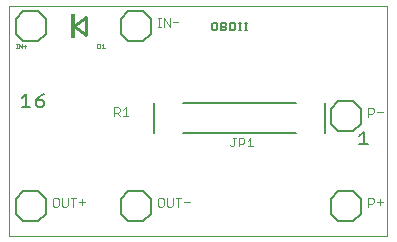
<source format=gto>
G75*
%MOIN*%
%OFA0B0*%
%FSLAX25Y25*%
%IPPOS*%
%LPD*%
%AMOC8*
5,1,8,0,0,1.08239X$1,22.5*
%
%ADD10C,0.00000*%
%ADD11C,0.01000*%
%ADD12R,0.01181X0.08268*%
%ADD13C,0.00200*%
%ADD14C,0.00600*%
%ADD15C,0.00300*%
%ADD16C,0.00800*%
%ADD17C,0.00400*%
D10*
X0001000Y0001000D02*
X0001000Y0077772D01*
X0126984Y0077772D01*
X0126984Y0001000D01*
X0001000Y0001000D01*
D11*
X0026610Y0068244D02*
X0022476Y0071000D01*
X0026610Y0073953D01*
X0026610Y0068244D01*
D12*
X0022280Y0071000D03*
D13*
X0030332Y0065064D02*
X0031033Y0065064D01*
X0031266Y0064831D01*
X0031266Y0063897D01*
X0031033Y0063663D01*
X0030332Y0063663D01*
X0030332Y0065064D01*
X0031806Y0064597D02*
X0032273Y0065064D01*
X0032273Y0063663D01*
X0031806Y0063663D02*
X0032740Y0063663D01*
X0006616Y0064301D02*
X0005681Y0064301D01*
X0006148Y0064768D02*
X0006148Y0063834D01*
X0005142Y0063600D02*
X0005142Y0065001D01*
X0004208Y0065001D02*
X0005142Y0063600D01*
X0004208Y0063600D02*
X0004208Y0065001D01*
X0003693Y0065001D02*
X0003226Y0065001D01*
X0003460Y0065001D02*
X0003460Y0063600D01*
X0003693Y0063600D02*
X0003226Y0063600D01*
D14*
X0005626Y0066000D02*
X0010626Y0066000D01*
X0013126Y0068500D01*
X0013126Y0073500D01*
X0010626Y0076000D01*
X0005626Y0076000D01*
X0003126Y0073500D01*
X0003126Y0068500D01*
X0005626Y0066000D01*
X0038126Y0068500D02*
X0040626Y0066000D01*
X0045626Y0066000D01*
X0048126Y0068500D01*
X0048126Y0073500D01*
X0045626Y0076000D01*
X0040626Y0076000D01*
X0038126Y0073500D01*
X0038126Y0068500D01*
X0068580Y0070029D02*
X0069013Y0069595D01*
X0069881Y0069595D01*
X0070314Y0070029D01*
X0070314Y0071764D01*
X0069881Y0072197D01*
X0069013Y0072197D01*
X0068580Y0071764D01*
X0068580Y0070029D01*
X0071526Y0069595D02*
X0072827Y0069595D01*
X0073261Y0070029D01*
X0073261Y0070463D01*
X0072827Y0070896D01*
X0071526Y0070896D01*
X0071526Y0069595D02*
X0071526Y0072197D01*
X0072827Y0072197D01*
X0073261Y0071764D01*
X0073261Y0071330D01*
X0072827Y0070896D01*
X0074473Y0072197D02*
X0074473Y0069595D01*
X0075774Y0069595D01*
X0076207Y0070029D01*
X0076207Y0071764D01*
X0075774Y0072197D01*
X0074473Y0072197D01*
X0077419Y0072197D02*
X0078286Y0072197D01*
X0077853Y0072197D02*
X0077853Y0069595D01*
X0078286Y0069595D02*
X0077419Y0069595D01*
X0079383Y0069595D02*
X0080251Y0069595D01*
X0079817Y0069595D02*
X0079817Y0072197D01*
X0079383Y0072197D02*
X0080251Y0072197D01*
X0108126Y0043500D02*
X0110626Y0046000D01*
X0115626Y0046000D01*
X0118126Y0043500D01*
X0118126Y0038500D01*
X0115626Y0036000D01*
X0110626Y0036000D01*
X0108126Y0038500D01*
X0108126Y0043500D01*
X0110626Y0016000D02*
X0108126Y0013500D01*
X0108126Y0008500D01*
X0110626Y0006000D01*
X0115626Y0006000D01*
X0118126Y0008500D01*
X0118126Y0013500D01*
X0115626Y0016000D01*
X0110626Y0016000D01*
X0048126Y0013500D02*
X0048126Y0008500D01*
X0045626Y0006000D01*
X0040626Y0006000D01*
X0038126Y0008500D01*
X0038126Y0013500D01*
X0040626Y0016000D01*
X0045626Y0016000D01*
X0048126Y0013500D01*
X0013126Y0013500D02*
X0013126Y0008500D01*
X0010626Y0006000D01*
X0005626Y0006000D01*
X0003126Y0008500D01*
X0003126Y0013500D01*
X0005626Y0016000D01*
X0010626Y0016000D01*
X0013126Y0013500D01*
D15*
X0015476Y0013269D02*
X0015476Y0011334D01*
X0015960Y0010850D01*
X0016927Y0010850D01*
X0017411Y0011334D01*
X0017411Y0013269D01*
X0016927Y0013752D01*
X0015960Y0013752D01*
X0015476Y0013269D01*
X0018423Y0013752D02*
X0018423Y0011334D01*
X0018906Y0010850D01*
X0019874Y0010850D01*
X0020357Y0011334D01*
X0020357Y0013752D01*
X0021369Y0013752D02*
X0023304Y0013752D01*
X0022337Y0013752D02*
X0022337Y0010850D01*
X0024316Y0012301D02*
X0026251Y0012301D01*
X0025283Y0013269D02*
X0025283Y0011334D01*
X0050476Y0011334D02*
X0050960Y0010850D01*
X0051927Y0010850D01*
X0052411Y0011334D01*
X0052411Y0013269D01*
X0051927Y0013752D01*
X0050960Y0013752D01*
X0050476Y0013269D01*
X0050476Y0011334D01*
X0053423Y0011334D02*
X0053906Y0010850D01*
X0054874Y0010850D01*
X0055357Y0011334D01*
X0055357Y0013752D01*
X0056369Y0013752D02*
X0058304Y0013752D01*
X0057337Y0013752D02*
X0057337Y0010850D01*
X0059316Y0012301D02*
X0061251Y0012301D01*
X0053423Y0011334D02*
X0053423Y0013752D01*
X0040657Y0041150D02*
X0038723Y0041150D01*
X0039690Y0041150D02*
X0039690Y0044052D01*
X0038723Y0043085D01*
X0037711Y0043569D02*
X0037711Y0042601D01*
X0037227Y0042117D01*
X0035776Y0042117D01*
X0035776Y0041150D02*
X0035776Y0044052D01*
X0037227Y0044052D01*
X0037711Y0043569D01*
X0036743Y0042117D02*
X0037711Y0041150D01*
X0050476Y0070850D02*
X0051443Y0070850D01*
X0050960Y0070850D02*
X0050960Y0073752D01*
X0051443Y0073752D02*
X0050476Y0073752D01*
X0052440Y0073752D02*
X0054375Y0070850D01*
X0054375Y0073752D01*
X0055387Y0072301D02*
X0057322Y0072301D01*
X0052440Y0070850D02*
X0052440Y0073752D01*
X0120476Y0043752D02*
X0120476Y0040850D01*
X0120476Y0041817D02*
X0121927Y0041817D01*
X0122411Y0042301D01*
X0122411Y0043269D01*
X0121927Y0043752D01*
X0120476Y0043752D01*
X0123423Y0042301D02*
X0125357Y0042301D01*
X0121927Y0013752D02*
X0120476Y0013752D01*
X0120476Y0010850D01*
X0120476Y0011817D02*
X0121927Y0011817D01*
X0122411Y0012301D01*
X0122411Y0013269D01*
X0121927Y0013752D01*
X0123423Y0012301D02*
X0125357Y0012301D01*
X0124390Y0011334D02*
X0124390Y0013269D01*
D16*
X0120482Y0031695D02*
X0117680Y0031695D01*
X0119081Y0031695D02*
X0119081Y0035899D01*
X0117680Y0034498D01*
X0106197Y0035449D02*
X0106197Y0045291D01*
X0096354Y0045291D02*
X0058953Y0045291D01*
X0049110Y0045291D02*
X0049110Y0035449D01*
X0058953Y0035449D02*
X0096354Y0035449D01*
X0012586Y0044896D02*
X0012586Y0045596D01*
X0011885Y0046297D01*
X0009783Y0046297D01*
X0009783Y0044896D01*
X0010484Y0044195D01*
X0011885Y0044195D01*
X0012586Y0044896D01*
X0011185Y0047698D02*
X0009783Y0046297D01*
X0011185Y0047698D02*
X0012586Y0048399D01*
X0006581Y0048399D02*
X0006581Y0044195D01*
X0005180Y0044195D02*
X0007982Y0044195D01*
X0005180Y0046998D02*
X0006581Y0048399D01*
D17*
X0074486Y0031400D02*
X0074953Y0030933D01*
X0075421Y0030933D01*
X0075888Y0031400D01*
X0075888Y0033735D01*
X0075421Y0033735D02*
X0076355Y0033735D01*
X0077433Y0033735D02*
X0078834Y0033735D01*
X0079301Y0033268D01*
X0079301Y0032334D01*
X0078834Y0031867D01*
X0077433Y0031867D01*
X0077433Y0030933D02*
X0077433Y0033735D01*
X0080379Y0032801D02*
X0081314Y0033735D01*
X0081314Y0030933D01*
X0082248Y0030933D02*
X0080379Y0030933D01*
M02*

</source>
